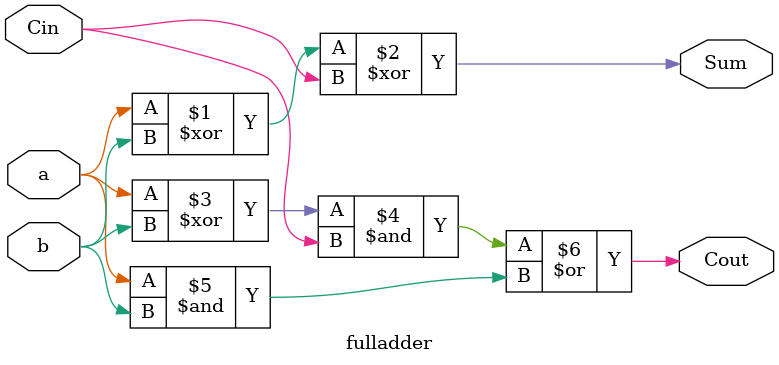
<source format=v>
`timescale 1ns / 1ps
module fulladder(
    output Sum, Cout,
    input a, b, Cin
    );
    
    assign Sum = a^b^Cin;
    assign Cout = (a^b)&Cin | a&b;
    
endmodule


</source>
